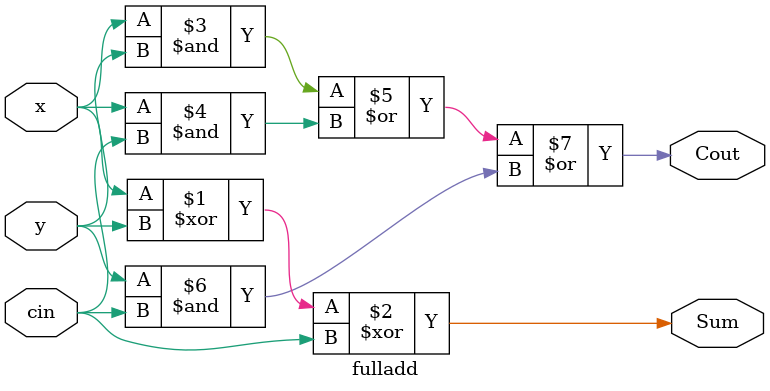
<source format=v>

module Adder_n(sub, X, Y, Sum, Cout);
	parameter n = 4;
	input sub;
	input [n-1:0] X, Y;
	output Cout;
	output [n-1:0] Sum;
	wire [n:0] C;
	wire [n-1:0] Y0;
	
	assign Y0[0] = sub^Y[0];
	assign Y0[1] = sub^Y[1];
	assign Y0[2] = sub^Y[2];
	assign Y0[3] = sub^Y[3];
	
	genvar i;
	assign C[0] = sub;
	assign Cout = C[n];
	
	generate
	for(i=0;i<=n-1;i=i+1)
		begin:addbit
		fulladd stage(C[i],X[i],Y0[i],Sum[i],C[i+1]);
		end
	endgenerate
	
endmodule


module fulladd(cin,x,y,Sum,Cout);
	input cin,x,y;
	output Sum,Cout;
	
	assign Sum=x^y^cin;
	assign Cout= (x&y) | (x&cin) | (y&cin);
endmodule

</source>
